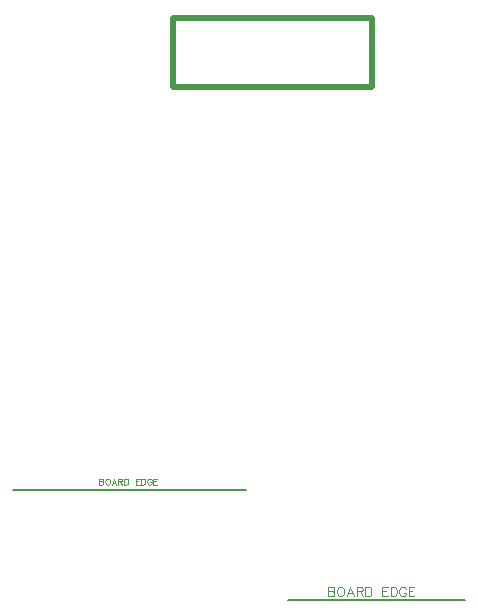
<source format=gbr>
G04 DipTrace 2.4.0.2*
%INTopAssy.gbr*%
%MOMM*%
%ADD10C,0.2*%
%ADD14C,0.5*%
%ADD58C,0.118*%
%ADD59C,0.078*%
%FSLAX53Y53*%
G04*
G71*
G90*
G75*
G01*
%LNTopAssy*%
%LPD*%
X33890Y5051D2*
D10*
X48890D1*
X10555Y14375D2*
X30315D1*
X24121Y54355D2*
D14*
X40950D1*
Y48481D1*
X24121D1*
Y54355D1*
X42321Y6171D2*
D58*
X41848D1*
Y5405D1*
X42321D1*
X41848Y5806D2*
X42139D1*
X42556Y6171D2*
Y5405D1*
X42811D1*
X42921Y5442D1*
X42994Y5515D1*
X43030Y5588D1*
X43067Y5697D1*
Y5880D1*
X43030Y5989D1*
X42994Y6062D1*
X42921Y6135D1*
X42811Y6171D1*
X42556D1*
X43849Y5989D2*
X43812Y6062D1*
X43739Y6135D1*
X43667Y6171D1*
X43521D1*
X43448Y6135D1*
X43375Y6062D1*
X43338Y5989D1*
X43302Y5880D1*
Y5697D1*
X43338Y5588D1*
X43375Y5515D1*
X43448Y5442D1*
X43521Y5405D1*
X43667D1*
X43739Y5442D1*
X43812Y5515D1*
X43849Y5588D1*
Y5697D1*
X43667D1*
X44557Y6171D2*
X44084D1*
Y5405D1*
X44557D1*
X44084Y5806D2*
X44375D1*
X37297Y6161D2*
Y5395D1*
X37625D1*
X37735Y5432D1*
X37771Y5469D1*
X37807Y5541D1*
Y5651D1*
X37771Y5724D1*
X37735Y5760D1*
X37625Y5796D1*
X37735Y5833D1*
X37771Y5870D1*
X37807Y5942D1*
Y6015D1*
X37771Y6088D1*
X37735Y6125D1*
X37625Y6161D1*
X37297D1*
Y5796D2*
X37625D1*
X38262Y6161D2*
X38188Y6125D1*
X38116Y6052D1*
X38079Y5979D1*
X38043Y5870D1*
Y5687D1*
X38079Y5578D1*
X38116Y5505D1*
X38188Y5432D1*
X38262Y5395D1*
X38407D1*
X38480Y5432D1*
X38553Y5505D1*
X38589Y5578D1*
X38625Y5687D1*
Y5870D1*
X38589Y5979D1*
X38553Y6052D1*
X38480Y6125D1*
X38407Y6161D1*
X38262D1*
X39444Y5395D2*
X39152Y6161D1*
X38861Y5395D1*
X38970Y5651D2*
X39335D1*
X39680Y5796D2*
X40007D1*
X40117Y5833D1*
X40154Y5870D1*
X40190Y5942D1*
Y6015D1*
X40154Y6088D1*
X40117Y6125D1*
X40007Y6161D1*
X39680D1*
Y5395D1*
X39935Y5796D2*
X40190Y5395D1*
X40425Y6161D2*
Y5395D1*
X40681D1*
X40790Y5432D1*
X40863Y5505D1*
X40900Y5578D1*
X40936Y5687D1*
Y5870D1*
X40900Y5979D1*
X40863Y6052D1*
X40790Y6125D1*
X40681Y6161D1*
X40425D1*
X17909Y15348D2*
D59*
Y14837D1*
X18128D1*
X18201Y14862D1*
X18226Y14886D1*
X18250Y14934D1*
Y15007D1*
X18226Y15056D1*
X18201Y15080D1*
X18128Y15105D1*
X18201Y15129D1*
X18226Y15153D1*
X18250Y15202D1*
Y15251D1*
X18226Y15299D1*
X18201Y15324D1*
X18128Y15348D1*
X17909D1*
Y15105D2*
X18128D1*
X18553Y15348D2*
X18504Y15324D1*
X18455Y15275D1*
X18431Y15226D1*
X18407Y15153D1*
Y15032D1*
X18431Y14959D1*
X18455Y14910D1*
X18504Y14862D1*
X18553Y14837D1*
X18650D1*
X18698Y14862D1*
X18747Y14910D1*
X18771Y14959D1*
X18795Y15032D1*
Y15153D1*
X18771Y15226D1*
X18747Y15275D1*
X18698Y15324D1*
X18650Y15348D1*
X18553D1*
X19341Y14837D2*
X19146Y15348D1*
X18952Y14837D1*
X19025Y15007D2*
X19268D1*
X19498Y15105D2*
X19716D1*
X19789Y15129D1*
X19814Y15153D1*
X19838Y15202D1*
Y15251D1*
X19814Y15299D1*
X19789Y15324D1*
X19716Y15348D1*
X19498D1*
Y14837D1*
X19668Y15105D2*
X19838Y14837D1*
X19995Y15348D2*
Y14837D1*
X20165D1*
X20238Y14862D1*
X20287Y14910D1*
X20311Y14959D1*
X20335Y15032D1*
Y15153D1*
X20311Y15226D1*
X20287Y15275D1*
X20238Y15324D1*
X20165Y15348D1*
X19995D1*
X21302D2*
X20986D1*
Y14837D1*
X21302D1*
X20986Y15105D2*
X21180D1*
X21459Y15348D2*
Y14837D1*
X21629D1*
X21702Y14862D1*
X21751Y14910D1*
X21775Y14959D1*
X21799Y15032D1*
Y15153D1*
X21775Y15226D1*
X21751Y15275D1*
X21702Y15324D1*
X21629Y15348D1*
X21459D1*
X22320Y15226D2*
X22296Y15275D1*
X22247Y15324D1*
X22199Y15348D1*
X22102D1*
X22053Y15324D1*
X22005Y15275D1*
X21980Y15226D1*
X21956Y15153D1*
Y15032D1*
X21980Y14959D1*
X22005Y14910D1*
X22053Y14862D1*
X22102Y14837D1*
X22199D1*
X22247Y14862D1*
X22296Y14910D1*
X22320Y14959D1*
Y15032D1*
X22199D1*
X22793Y15348D2*
X22477D1*
Y14837D1*
X22793D1*
X22477Y15105D2*
X22671D1*
M02*

</source>
